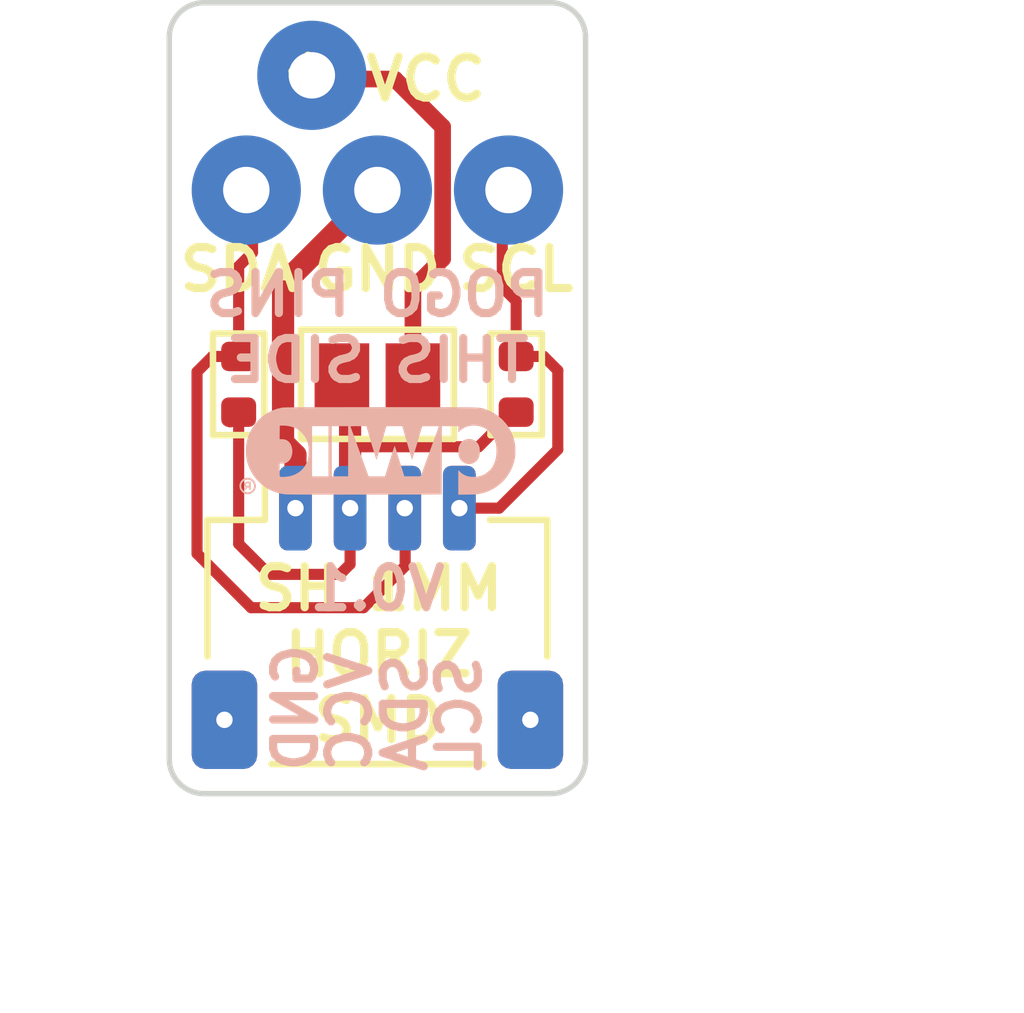
<source format=kicad_pcb>
(kicad_pcb (version 20221018) (generator pcbnew)
  (layers (0 "F.Cu" signal) (31 "B.Cu" signal) (34 "B.Paste" user) (35 "F.Paste" user) (36 "B.SilkS" user "B.Silkscreen") (37 "F.SilkS" user "F.Silkscreen") (38 "B.Mask" user) (39 "F.Mask" user) (44 "Edge.Cuts" user))
  (net 0 "")
  (footprint "greenpak_pogo:JST_SH_SM04B-SRSS-TB_1x04-1MP_P1.00mm_Horizontal" (layer "F.Cu") (at 0 7.8232)
    (fp_text reference "REF**" hide)
    (fp_text value "JST_SH_SM04B-SRSS-TB_1x04-1MP_P1.00mm_Horizontal" hide)
    (fp_line (start -3.11 -1.785) (end -2.06 -1.785) (stroke (width 0.12)) (layer "F.SilkS"))
    (fp_line (start -3.11 0.715) (end -3.11 -1.785) (stroke (width 0.12)) (layer "F.SilkS"))
    (fp_line (start -2.06 -1.785) (end -2.06 -2.775) (stroke (width 0.12)) (layer "F.SilkS"))
    (fp_line (start -1.94 2.685) (end 1.94 2.685) (stroke (width 0.12)) (layer "F.SilkS"))
    (fp_line (start 3.11 -1.785) (end 2.06 -1.785) (stroke (width 0.12)) (layer "F.SilkS"))
    (fp_line (start 3.11 0.715) (end 3.11 -1.785) (stroke (width 0.12)) (layer "F.SilkS"))
    (pad "1" thru_hole roundrect locked (at -1.5 -2) (size 0.6 1.55) (drill 0.3) (layers "*.Cu" "F.Paste" "F.Mask"))
    (pad "2" thru_hole roundrect locked (at -0.5 -2) (size 0.6 1.55) (drill 0.3) (layers "*.Cu" "F.Paste" "F.Mask"))
    (pad "3" thru_hole roundrect locked (at 0.5 -2) (size 0.6 1.55) (drill 0.3) (layers "*.Cu" "F.Paste" "F.Mask"))
    (pad "4" thru_hole roundrect locked (at 1.5 -2) (size 0.6 1.55) (drill 0.3) (layers "*.Cu" "F.Paste" "F.Mask"))
    (pad "MP" thru_hole roundrect locked (at -2.8 1.875) (size 1.2 1.8) (drill 0.3) (layers "*.Cu" "F.Paste" "F.Mask") (roundrect_rratio 0.2083333333))
    (pad "MP" thru_hole roundrect locked (at 2.8 1.875) (size 1.2 1.8) (drill 0.3) (layers "*.Cu" "F.Paste" "F.Mask") (roundrect_rratio 0.2083333333))
  )
  (footprint "greenpak_pogo:GREENPAK_POGO_PINS" (layer "F.Cu") (at 0 0)
    (fp_text reference "REF**" hide)
    (fp_text value "GREENPAK_POGO_PINS" hide)
    (fp_circle (center -2.4 0) (end -1.55 0) (stroke (width 0.3)) (fill none) (layer "B.Cu"))
    (fp_circle (center -1.2 -2.1) (end -0.35 -2.1) (stroke (width 0.3)) (fill none) (layer "B.Cu"))
    (fp_circle (center 0 0) (end 0.85 0) (stroke (width 0.3)) (fill none) (layer "B.Cu"))
    (fp_circle (center 2.4 0) (end 3.25 0) (stroke (width 0.3)) (fill none) (layer "B.Cu"))
    (pad "1" thru_hole circle locked (at -2.4 0) (size 1.5 1.5) (drill 0.85) (layers "*.Cu" "*.Mask"))
    (pad "2" thru_hole circle locked (at 0 0) (size 1.5 1.5) (drill 0.85) (layers "*.Cu" "*.Mask"))
    (pad "3" thru_hole circle locked (at 2.4 0) (size 1.5 1.5) (drill 0.85) (layers "*.Cu" "*.Mask"))
    (pad "4" thru_hole circle locked (at -1.2 -2.1) (size 1.5 1.5) (drill 0.85) (layers "*.Cu" "*.Mask"))
  )
  (footprint "greenpak_pogo:R_0402_1005Metric" (layer "F.Cu") (at 2.54 3.556 90)
    (fp_text reference "REF**" hide)
    (fp_text value "R_0402_1005Metric" hide)
    (fp_line (start -0.93 -0.47) (end 0.93 -0.47) (stroke (width 0.12)) (layer "F.SilkS"))
    (fp_line (start -0.93 0.47) (end -0.93 -0.47) (stroke (width 0.12)) (layer "F.SilkS"))
    (fp_line (start 0.93 -0.47) (end 0.93 0.47) (stroke (width 0.12)) (layer "F.SilkS"))
    (fp_line (start 0.93 0.47) (end -0.93 0.47) (stroke (width 0.12)) (layer "F.SilkS"))
    (pad "1" smd roundrect (at -0.51 0 90) (size 0.54 0.64) (layers "F.Cu" "F.Paste" "F.Mask"))
    (pad "2" smd roundrect (at 0.51 0 90) (size 0.54 0.64) (layers "F.Cu" "F.Paste" "F.Mask"))
  )
  (footprint "greenpak_pogo:SOLDER_JUMPER" (layer "F.Cu") (at 0 3.556)
    (fp_text reference "REF**" hide)
    (fp_text value "SOLDER_JUMPER" hide)
    (fp_line (start -1.4 -1) (end 1.4 -1) (stroke (width 0.12)) (layer "F.SilkS"))
    (fp_line (start -1.4 1) (end -1.4 -1) (stroke (width 0.12)) (layer "F.SilkS"))
    (fp_line (start 1.4 -1) (end 1.4 1) (stroke (width 0.12)) (layer "F.SilkS"))
    (fp_line (start 1.4 1) (end -1.4 1) (stroke (width 0.12)) (layer "F.SilkS"))
    (pad "1" smd rect (at -0.65 0) (size 1 1.5) (layers "F.Cu" "F.Mask"))
    (pad "2" smd rect (at 0.65 0) (size 1 1.5) (layers "F.Cu" "F.Mask"))
  )
  (footprint "greenpak_pogo:R_0402_1005Metric" (layer "F.Cu") (at -2.54 3.556 90)
    (fp_text reference "REF**" hide)
    (fp_text value "R_0402_1005Metric" hide)
    (fp_line (start -0.93 -0.47) (end 0.93 -0.47) (stroke (width 0.12)) (layer "F.SilkS"))
    (fp_line (start -0.93 0.47) (end -0.93 -0.47) (stroke (width 0.12)) (layer "F.SilkS"))
    (fp_line (start 0.93 -0.47) (end 0.93 0.47) (stroke (width 0.12)) (layer "F.SilkS"))
    (fp_line (start 0.93 0.47) (end -0.93 0.47) (stroke (width 0.12)) (layer "F.SilkS"))
    (pad "1" smd roundrect (at -0.51 0 90) (size 0.54 0.64) (layers "F.Cu" "F.Paste" "F.Mask"))
    (pad "2" smd roundrect (at 0.51 0 90) (size 0.54 0.64) (layers "F.Cu" "F.Paste" "F.Mask"))
  )
  (footprint "greenpak_pogo:QWIIC_logo_6mm" (layer "B.Cu") (at 0.040263 4.7302 180)
    (fp_text reference "G*" hide)
    (fp_text value "LOGO" hide)
    (fp_poly (pts (xy -1.623926 0.172765) (xy -1.577187 0.165662) (xy -1.537676 0.149496) (xy -1.504488 0.12364) (xy -1.476718 0.087464) (xy -1.462265 0.060515) (xy -1.453353 0.04001) (xy -1.447567 0.021259) (xy -1.444039 0.00014) (xy -1.441903 -0.02747) (xy -1.441347 -0.038917) (xy -1.443092 -0.098337) (xy -1.453851 -0.150491) (xy -1.473507 -0.195062) (xy -1.501942 -0.231732) (xy -1.517234 -0.245304) (xy -1.554942 -0.268038) (xy -1.597827 -0.281968) (xy -1.642624 -0.286486) (xy -1.686069 -0.280981) (xy -1.694819 -0.278462) (xy -1.739174 -0.258536) (xy -1.775447 -0.22994) (xy -1.803391 -0.193091) (xy -1.822762 -0.148407) (xy -1.833317 -0.096305) (xy -1.834916 -0.039427) (xy -1.829904 0.009954) (xy -1.819072 0.050781) (xy -1.801406 0.085496) (xy -1.775889 0.11654) (xy -1.766278 0.125753) (xy -1.735576 0.149735) (xy -1.704242 0.164866) (xy -1.668999 0.172228) (xy -1.62657 0.172902)) (fill solid) (layer "B.SilkS"))
    (fp_poly (pts (xy 2.427176 -0.608416) (xy 2.453014 -0.615213) (xy 2.469313 -0.625982) (xy 2.472321 -0.630287) (xy 2.477894 -0.650093) (xy 2.476957 -0.672197) (xy 2.47004 -0.691097) (xy 2.465955 -0.696294) (xy 2.458012 -0.705271) (xy 2.457445 -0.712494) (xy 2.464062 -0.723481) (xy 2.464971 -0.724796) (xy 2.476353 -0.741713) (xy 2.480808 -0.751067) (xy 2.478332 -0.755097) (xy 2.468921 -0.756043) (xy 2.464912 -0.75606) (xy 2.450355 -0.754114) (xy 2.440448 -0.746149) (xy 2.433611 -0.735058) (xy 2.42168 -0.719224) (xy 2.409572 -0.713064) (xy 2.399463 -0.716656) (xy 2.393527 -0.730083) (xy 2.393068 -0.733558) (xy 2.389935 -0.747556) (xy 2.381976 -0.753613) (xy 2.374687 -0.754958) (xy 2.358185 -0.756857) (xy 2.358185 -0.681453) (xy 2.358185 -0.675391) (xy 2.39222 -0.675391) (xy 2.395188 -0.682225) (xy 2.404812 -0.683994) (xy 2.412331 -0.684054) (xy 2.428731 -0.682151) (xy 2.440254 -0.677504) (xy 2.440992 -0.676854) (xy 2.44816 -0.663584) (xy 2.445096 -0.650919) (xy 2.433465 -0.641064) (xy 2.414928 -0.636224) (xy 2.410214 -0.63605) (xy 2.400479 -0.637659) (xy 2.395567 -0.644696) (xy 2.39316 -0.660052) (xy 2.39222 -0.675391) (xy 2.358185 -0.675391) (xy 2.358185 -0.606048) (xy 2.393293 -0.606048)) (fill solid) (layer "B.SilkS"))
    (fp_poly (pts (xy 2.430818 -0.535697) (xy 2.470416 -0.544777) (xy 2.504555 -0.563224) (xy 2.532267 -0.589277) (xy 2.552586 -0.621177) (xy 2.564546 -0.657161) (xy 2.56718 -0.695471) (xy 2.559521 -0.734344) (xy 2.550964 -0.754563) (xy 2.534628 -0.778504) (xy 2.511812 -0.801757) (xy 2.486343 -0.820972) (xy 2.462054 -0.832795) (xy 2.461352 -0.83301) (xy 2.422367 -0.839174) (xy 2.381709 -0.836059) (xy 2.360003 -0.830198) (xy 2.332992 -0.815764) (xy 2.306648 -0.793306) (xy 2.284787 -0.76638) (xy 2.276952 -0.752802) (xy 2.266794 -0.720498) (xy 2.264545 -0.683583) (xy 2.266103 -0.672991) (xy 2.299597 -0.672991) (xy 2.300197 -0.705944) (xy 2.309896 -0.736422) (xy 2.327269 -0.762936) (xy 2.350888 -0.784) (xy 2.379328 -0.798125) (xy 2.411162 -0.803824) (xy 2.444964 -0.799609) (xy 2.458804 -0.794777) (xy 2.489961 -0.776126) (xy 2.51248 -0.751173) (xy 2.526361 -0.721946) (xy 2.531605 -0.690473) (xy 2.528211 -0.658782) (xy 2.516179 -0.628903) (xy 2.495509 -0.602864) (xy 2.466202 -0.582694) (xy 2.458804 -0.579332) (xy 2.423981 -0.570796) (xy 2.389523 -0.573255) (xy 2.357601 -0.58584) (xy 2.330386 -0.607684) (xy 2.310052 -0.637917) (xy 2.309522 -0.639051) (xy 2.299597 -0.672991) (xy 2.266103 -0.672991) (xy 2.270028 -0.646313) (xy 2.282745 -0.613523) (xy 2.308163 -0.578681) (xy 2.340189 -0.553684) (xy 2.377953 -0.538988) (xy 2.420588 -0.535049)) (fill solid) (layer "B.SilkS"))
    (fp_poly (pts (xy -0.376446 0.756057) (xy -0.215061 0.756045) (xy -0.042145 0.75604) (xy -0.020559 0.75604) (xy 0.152454 0.756038) (xy 0.313879 0.756025) (xy 0.464128 0.756) (xy 0.603615 0.755961) (xy 0.732752 0.755905) (xy 0.851953 0.755829) (xy 0.961629 0.755733) (xy 1.062195 0.755613) (xy 1.154062 0.755468) (xy 1.237643 0.755295) (xy 1.313351 0.755091) (xy 1.3816 0.754856) (xy 1.442802 0.754586) (xy 1.497369 0.75428) (xy 1.545715 0.753934) (xy 1.588252 0.753548) (xy 1.625394 0.753118) (xy 1.657552 0.752643) (xy 1.68514 0.75212) (xy 1.708571 0.751548) (xy 1.728257 0.750923) (xy 1.744612 0.750244) (xy 1.758048 0.749509) (xy 1.768977 0.748714) (xy 1.777814 0.747859) (xy 1.78497 0.746941) (xy 1.788583 0.746366) (xy 1.881343 0.724542) (xy 1.969694 0.692009) (xy 2.052918 0.649476) (xy 2.130297 0.597653) (xy 2.201112 0.537251) (xy 2.264646 0.468978) (xy 2.32018 0.393545) (xy 2.366997 0.311662) (xy 2.404377 0.224038) (xy 2.431603 0.131384) (xy 2.43719 0.105243) (xy 2.444518 0.054565) (xy 2.448516 -0.003227) (xy 2.449149 -0.063705) (xy 2.446383 -0.122443) (xy 2.440183 -0.175016) (xy 2.439399 -0.179615) (xy 2.416849 -0.273721) (xy 2.383327 -0.363901) (xy 2.339491 -0.449206) (xy 2.285994 -0.528689) (xy 2.223492 -0.6014) (xy 2.152641 -0.666391) (xy 2.074095 -0.722714) (xy 2.057025 -0.733149) (xy 1.974641 -0.775411) (xy 1.886365 -0.808244) (xy 1.794648 -0.830848) (xy 1.729762 -0.84015) (xy 1.716826 -0.840949) (xy 1.694522 -0.841679) (xy 1.662675 -0.84234) (xy 1.621113 -0.842932) (xy 1.569663 -0.843456) (xy 1.508151 -0.843913) (xy 1.436405 -0.844303) (xy 1.354251 -0.844627) (xy 1.261518 -0.844886) (xy 1.158031 -0.845079) (xy 1.043617 -0.845207) (xy 0.918104 -0.845272) (xy 0.781319 -0.845273) (xy 0.633088 -0.845211) (xy 0.473239 -0.845086) (xy 0.301598 -0.8449) (xy 0.264021 -0.844853) (xy -1.13709 -0.843067) (xy -1.138618 -0.217518) (xy -1.140139 0.405032) (xy -1.084482 0.405032) (xy -0.923257 -0.039003) (xy -0.897801 -0.109081) (xy -0.873435 -0.176094) (xy -0.850483 -0.239155) (xy -0.829268 -0.29738) (xy -0.810114 -0.349881) (xy -0.793344 -0.395773) (xy -0.779283 -0.43417) (xy -0.768254 -0.464185) (xy -0.760579 -0.484933) (xy -0.756584 -0.495527) (xy -0.756175 -0.496539) (xy -0.754124 -0.500711) (xy -0.751082 -0.50392) (xy -0.745603 -0.506293) (xy -0.736241 -0.507957) (xy -0.72155 -0.509037) (xy -0.700085 -0.509659) (xy -0.6704 -0.50995) (xy -0.631049 -0.510035) (xy -0.601408 -0.510041) (xy -0.4525 -0.510041) (xy -0.366562 -0.232519) (xy -0.349351 -0.177124) (xy -0.333115 -0.125222) (xy -0.318214 -0.077941) (xy -0.305009 -0.03641) (xy -0.293862 -0.001759) (xy -0.285134 0.024883) (xy -0.279186 0.042387) (xy -0.276378 0.049625) (xy -0.276311 0.049715) (xy -0.273762 0.045103) (xy -0.268095 0.030075) (xy -0.25966 0.005705) (xy -0.248809 -0.026934) (xy -0.235892 -0.06677) (xy -0.221262 -0.11273) (xy -0.205269 -0.16374) (xy -0.188264 -0.218727) (xy -0.185503 -0.227725) (xy -0.099008 -0.509877) (xy 0.051004 -0.509903) (xy 0.201016 -0.509929) (xy 0.365633 -0.058449) (xy 0.391325 0.012019) (xy 0.415849 0.079298) (xy 0.438892 0.142526) (xy 0.46014 0.200841) (xy 0.479278 0.253381) (xy 0.495993 0.299283) (xy 0.509972 0.337686) (xy 0.520899 0.367728) (xy 0.528461 0.388546) (xy 0.532343 0.399278) (xy 0.532788 0.400531) (xy 0.531118 0.402966) (xy 0.523516 0.404847) (xy 0.508868 0.406234) (xy 0.48606 0.407184) (xy 0.453978 0.407756) (xy 0.411506 0.408008) (xy 0.389005 0.408032) (xy 0.576045 0.408032) (xy 0.576045 -0.051004) (xy 0.576045 -0.510041) (xy 0.726057 -0.510041) (xy 0.876069 -0.510041) (xy 0.876069 -0.051004) (xy 0.876069 0.408032) (xy 0.936073 0.408032) (xy 0.936073 -0.051004) (xy 0.936073 -0.510041) (xy 1.086085 -0.510041) (xy 1.236097 -0.510041) (xy 1.236097 -0.054005) (xy 1.299102 -0.054005) (xy 1.299318 -0.093278) (xy 1.300139 -0.12333) (xy 1.301826 -0.146934) (xy 1.304642 -0.166866) (xy 1.308846 -0.185899) (xy 1.312922 -0.200746) (xy 1.338698 -0.269949) (xy 1.373484 -0.33145) (xy 1.416827 -0.384928) (xy 1.468274 -0.430062) (xy 1.527373 -0.466531) (xy 1.59367 -0.494014) (xy 1.666714 -0.51219) (xy 1.746052 -0.520739) (xy 1.765148 -0.52131) (xy 1.788572 -0.521207) (xy 1.808044 -0.520261) (xy 1.819814 -0.51867) (xy 1.820652 -0.518399) (xy 1.823934 -0.515781) (xy 1.826375 -0.509769) (xy 1.828094 -0.498824) (xy 1.82921 -0.481406) (xy 1.829842 -0.455972) (xy 1.830109 -0.420984) (xy 1.830144 -0.39539) (xy 1.830144 -0.276022) (xy 1.78364 -0.27589) (xy 1.74412 -0.273087) (xy 1.711681 -0.263978) (xy 1.682441 -0.247137) (xy 1.663942 -0.231941) (xy 1.637086 -0.200127) (xy 1.616559 -0.160161) (xy 1.602975 -0.114439) (xy 1.596945 -0.065362) (xy 1.599082 -0.015326) (xy 1.602907 0.007031) (xy 1.618551 0.057759) (xy 1.641583 0.099439) (xy 1.671637 0.131744) (xy 1.708344 0.154349) (xy 1.751336 0.16693) (xy 1.78676 0.169596) (xy 1.830383 0.169386) (xy 1.828763 0.293209) (xy 1.827144 0.417032) (xy 1.78514 0.418868) (xy 1.723415 0.417305) (xy 1.659398 0.408007) (xy 1.596783 0.39185) (xy 1.539264 0.369706) (xy 1.507551 0.353219) (xy 1.47194 0.32826) (xy 1.435126 0.295429) (xy 1.40025 0.258039) (xy 1.37045 0.219406) (xy 1.351768 0.188675) (xy 1.332818 0.149609) (xy 1.318828 0.113885) (xy 1.30913 0.078425) (xy 1.303056 0.040149) (xy 1.299937 -0.004022) (xy 1.299102 -0.054005) (xy 1.236097 -0.054005) (xy 1.236097 -0.051004) (xy 1.236097 0.408032) (xy 1.086085 0.408032) (xy 0.936073 0.408032) (xy 0.876069 0.408032) (xy 0.726057 0.408032) (xy 0.576045 0.408032) (xy 0.389005 0.408032) (xy 0.242684 0.408032) (xy 0.153377 0.103508) (xy 0.136241 0.045272) (xy 0.12001 -0.009511) (xy 0.105012 -0.059755) (xy 0.091579 -0.104374) (xy 0.080039 -0.142282) (xy 0.070721 -0.172393) (xy 0.063956 -0.19362) (xy 0.060072 -0.204878) (xy 0.059369 -0.206385) (xy 0.054759 -0.205547) (xy 0.050897 -0.196728) (xy 0.048512 -0.188156) (xy 0.043088 -0.169221) (xy 0.034961 -0.14108) (xy 0.024467 -0.104888) (xy 0.011942 -0.061798) (xy -0.002281 -0.012968) (xy -0.017864 0.040449) (xy -0.034472 0.097297) (xy -0.038673 0.111664) (xy -0.124472 0.405032) (xy -0.268752 0.406637) (xy -0.413032 0.408243) (xy -0.419243 0.388636) (xy -0.422106 0.379078) (xy -0.427937 0.359187) (xy -0.436386 0.330164) (xy -0.447107 0.293212) (xy -0.45975 0.24953) (xy -0.473968 0.20032) (xy -0.489412 0.146784) (xy -0.505736 0.090123) (xy -0.507497 0.084006) (xy -0.523763 0.027693) (xy -0.539124 -0.025112) (xy -0.553247 -0.073287) (xy -0.565796 -0.115707) (xy -0.576437 -0.15125) (xy -0.584837 -0.178793) (xy -0.590659 -0.197213) (xy -0.593572 -0.205386) (xy -0.593738 -0.205661) (xy -0.596178 -0.200979) (xy -0.601641 -0.185815) (xy -0.609802 -0.161209) (xy -0.620332 -0.128203) (xy -0.632907 -0.087837) (xy -0.647201 -0.041153) (xy -0.662886 0.010807) (xy -0.679637 0.067003) (xy -0.687401 0.093278) (xy -0.704569 0.151417) (xy -0.720785 0.206115) (xy -0.735724 0.256282) (xy -0.749059 0.300832) (xy -0.760461 0.338676) (xy -0.769603 0.368725) (xy -0.776159 0.389891) (xy -0.779802 0.401086) (xy -0.780384 0.402552) (xy -0.787351 0.404245) (xy -0.805169 0.405548) (xy -0.832695 0.406433) (xy -0.868783 0.406868) (xy -0.912291 0.406824) (xy -0.934191 0.406637) (xy -1.084482 0.405032) (xy -1.140139 0.405032) (xy -1.140146 0.408032) (xy -1.29013 0.408032) (xy -1.440114 0.408032) (xy -1.440114 0.350381) (xy -1.440114 0.29273) (xy -1.477475 0.32732) (xy -1.527321 0.365437) (xy -1.583328 0.393547) (xy -1.644593 0.411346) (xy -1.710212 0.41853) (xy -1.746138 0.417947) (xy -1.818017 0.408378) (xy -1.883855 0.388562) (xy -1.943247 0.358846) (xy -1.99579 0.319577) (xy -2.041082 0.271102) (xy -2.078719 0.213767) (xy -2.108297 0.14792) (xy -2.125284 0.091815) (xy -2.131109 0.065195) (xy -2.134987 0.038956) (xy -2.137247 0.009564) (xy -2.138217 -0.026515) (xy -2.138322 -0.048004) (xy -2.136499 -0.108787) (xy -2.130519 -0.161638) (xy -2.119616 -0.21014) (xy -2.103021 -0.257873) (xy -2.084522 -0.299172) (xy -2.067954 -0.330844) (xy -2.051085 -0.356716) (xy -2.030509 -0.381553) (xy -2.01121 -0.40175) (xy -1.962123 -0.445098) (xy -1.91065 -0.477885) (xy -1.854974 -0.500896) (xy -1.79328 -0.514917) (xy -1.737137 -0.520246) (xy -1.66934 -0.51887) (xy -1.608496 -0.507984) (xy -1.55396 -0.487368) (xy -1.505087 -0.456801) (xy -1.47549 -0.430942) (xy -1.440114 -0.39611) (xy -1.440114 -0.621088) (xy -1.440114 -0.846067) (xy -1.588625 -0.845278) (xy -1.632374 -0.844858) (xy -1.674571 -0.844106) (xy -1.712942 -0.84309) (xy -1.745217 -0.841876) (xy -1.769122 -0.840532) (xy -1.778488 -0.839692) (xy -1.858474 -0.826519) (xy -1.934568 -0.805546) (xy -2.010418 -0.775645) (xy -2.054414 -0.754445) (xy -2.136895 -0.705684) (xy -2.212321 -0.647616) (xy -2.280085 -0.581056) (xy -2.339582 -0.506818) (xy -2.390206 -0.425714) (xy -2.431353 -0.338559) (xy -2.462416 -0.246166) (xy -2.476145 -0.187635) (xy -2.482658 -0.141752) (xy -2.486147 -0.088241) (xy -2.486654 -0.031074) (xy -2.484219 0.025774) (xy -2.478883 0.078328) (xy -2.473085 0.112139) (xy -2.447911 0.206983) (xy -2.413988 0.294152) (xy -2.370665 0.374822) (xy -2.317293 0.450172) (xy -2.253222 0.521381) (xy -2.240677 0.533682) (xy -2.170447 0.594874) (xy -2.097351 0.645409) (xy -2.019211 0.686609) (xy -1.935153 0.719368) (xy -1.92478 0.72291) (xy -1.915452 0.726217) (xy -1.906749 0.729297) (xy -1.898253 0.732159) (xy -1.889544 0.734809) (xy -1.880202 0.737257) (xy -1.86981 0.739511) (xy -1.857946 0.741577) (xy -1.844193 0.743465) (xy -1.828131 0.745182) (xy -1.809341 0.746737) (xy -1.787404 0.748137) (xy -1.7619 0.74939) (xy -1.73241 0.750505) (xy -1.698515 0.751489) (xy -1.659796 0.752351) (xy -1.615834 0.753099) (xy -1.566209 0.75374) (xy -1.510503 0.754283) (xy -1.448295 0.754735) (xy -1.379168 0.755105) (xy -1.302701 0.755401) (xy -1.218476 0.755631) (xy -1.126072 0.755802) (xy -1.025072 0.755923) (xy -0.915056 0.756002) (xy -0.795605 0.756047) (xy -0.666298 0.756066) (xy -0.526719 0.756066)) (fill solid) (layer "B.SilkS"))
  )
  (gr_arc (start 3.81 10.414) (mid 3.624013 10.863013) (end 3.175 11.049) (stroke (width 0.1)) (layer "Edge.Cuts"))
  (gr_line (start 3.175 11.049) (end -3.175 11.049) (stroke (width 0.1)) (layer "Edge.Cuts"))
  (gr_arc (start 3.175 -3.429) (mid 3.624013 -3.243013) (end 3.81 -2.794) (stroke (width 0.1)) (layer "Edge.Cuts"))
  (gr_line (start -3.81 10.414) (end -3.81 -2.794) (stroke (width 0.1)) (layer "Edge.Cuts"))
  (gr_arc (start -3.175 11.049) (mid -3.624013 10.863013) (end -3.81 10.414) (stroke (width 0.1)) (layer "Edge.Cuts"))
  (gr_line (start -3.175 -3.429) (end 3.175 -3.429) (stroke (width 0.1)) (layer "Edge.Cuts"))
  (gr_arc (start -3.81 -2.794) (mid -3.624013 -3.243013) (end -3.175 -3.429) (stroke (width 0.1)) (layer "Edge.Cuts"))
  (gr_line (start 3.81 -2.794) (end 3.81 10.414) (stroke (width 0.1)) (layer "Edge.Cuts"))
  (gr_text locked "VCC" (at -0.508 10.7188 90) (layer "B.SilkS") (effects (font (size 0.75 0.75)) (justify right mirror)))
  (gr_text "V0.1" (at 0 6.858) (layer "B.SilkS") (effects (font (size 0.75 0.75)) (justify top mirror)))
  (gr_text locked "GND" (at -1.4986 10.7188 90) (layer "B.SilkS") (effects (font (size 0.75 0.75)) (justify right mirror)))
  (gr_text locked "SDA" (at 0.508 10.7188 90) (layer "B.SilkS") (effects (font (size 0.75 0.75)) (justify right mirror)))
  (gr_text locked "POGO PINS\nTHIS SIDE" (at 0 1.4732) (layer "B.SilkS") (effects (font (size 0.75 0.75)) (justify top mirror)))
  (gr_text locked "SCL" (at 1.4986 10.7188 90) (layer "B.SilkS") (effects (font (size 0.75 0.75)) (justify right mirror)))
  (gr_text locked "SCL" (at 2.54 1.016) (layer "F.SilkS") (effects (font (size 0.75 0.75)) (justify top)))
  (gr_text locked "VCC" (at 0.889 -2.032) (layer "F.SilkS") (effects (font (size 0.75 0.75))))
  (gr_text "+" (at -1.27 -2.667) (layer "F.SilkS") (effects (font (size 0.75 0.75)) (justify top)))
  (gr_text locked "GND" (at 0 1.016) (layer "F.SilkS") (effects (font (size 0.75 0.75)) (justify top)))
  (gr_text locked "SH 1MM\nHORIZ\nSMD" (at 0.0254 6.858) (layer "F.SilkS") (effects (font (size 0.75 0.75)) (justify top)))
  (gr_text locked "SDA" (at -2.54 1.016) (layer "F.SilkS") (effects (font (size 0.75 0.75)) (justify top)))
  (segment (start 2.4872 4.066) (end 2.54 4.066) (width 0.2032) (layer "F.Cu") (net 0))
  (segment (start 3.046 3.046) (end 2.54 3.046) (width 0.2032) (layer "F.Cu") (net 0))
  (segment (start 1.8542 4.699) (end 2.4872 4.066) (width 0.2032) (layer "F.Cu") (net 0))
  (segment (start 2.2286 5.8232) (end 3.302 4.7498) (width 0.2032) (layer "F.Cu") (net 0))
  (segment (start -3.302 6.6548) (end -2.3114 7.6454) (width 0.2032) (layer "F.Cu") (net 0))
  (segment (start -2.54 3.046) (end -3.0206 3.046) (width 0.2032) (layer "F.Cu") (net 0))
  (segment (start -0.5 6.85) (end -0.6858 7.0358) (width 0.2032) (layer "F.Cu") (net 0))
  (segment (start -0.65 3.175) (end -0.5 3.325) (width 0.4064) (layer "F.Cu") (net 0))
  (segment (start -1.7272 1.7272) (end 0 0) (width 0.4064) (layer "F.Cu") (net 0))
  (segment (start -3.0206 3.046) (end -3.302 3.3274) (width 0.2032) (layer "F.Cu") (net 0))
  (segment (start -0.5 4.699) (end 1.8542 4.699) (width 0.2032) (layer "F.Cu") (net 0))
  (segment (start -2.6924 4.2184) (end -2.54 4.066) (width 0.254) (layer "F.Cu") (net 0))
  (segment (start 0.65 3.175) (end 0.65 1.8011) (width 0.3048) (layer "F.Cu") (net 0))
  (segment (start -0.254 7.6454) (end 0.508 6.8834) (width 0.2032) (layer "F.Cu") (net 0))
  (segment (start -2.54 1.397) (end -2.54 3.046) (width 0.2032) (layer "F.Cu") (net 0))
  (segment (start -0.5 3.325) (end -0.5 5.62) (width 0.4064) (layer "F.Cu") (net 0))
  (segment (start -1.9812 7.0358) (end -2.54 6.477) (width 0.2032) (layer "F.Cu") (net 0))
  (segment (start -2.3114 7.6454) (end -0.254 7.6454) (width 0.2032) (layer "F.Cu") (net 0))
  (segment (start -2.54 6.477) (end -2.54 4.066) (width 0.2032) (layer "F.Cu") (net 0))
  (segment (start 0.508 5.8312) (end 0.508 6.858) (width 0.2032) (layer "F.Cu") (net 0))
  (segment (start 2.3114 0.0254) (end 2.286 0) (width 0.254) (layer "F.Cu") (net 0))
  (segment (start 0.65 1.8011) (end 1.1938 1.2573) (width 0.3048) (layer "F.Cu") (net 0))
  (segment (start 1.5 5.8232) (end 2.2286 5.8232) (width 0.2032) (layer "F.Cu") (net 0))
  (segment (start -3.302 3.3274) (end -3.302 6.6548) (width 0.2032) (layer "F.Cu") (net 0))
  (segment (start 3.302 4.7498) (end 3.302 3.302) (width 0.2032) (layer "F.Cu") (net 0))
  (segment (start 1.1938 -1.1557) (end 0.3175 -2.032) (width 0.3048) (layer "F.Cu") (net 0))
  (segment (start -0.6858 7.0358) (end -1.9812 7.0358) (width 0.2032) (layer "F.Cu") (net 0))
  (segment (start -1.7272 4.6228) (end -1.7272 1.7272) (width 0.4064) (layer "F.Cu") (net 0))
  (segment (start -1.5 4.85) (end -1.7272 4.6228) (width 0.4064) (layer "F.Cu") (net 0))
  (segment (start -2.54 3.046) (end -2.5146 3.0206) (width 0.254) (layer "F.Cu") (net 0))
  (segment (start 0.3175 -2.032) (end -1.143 -2.032) (width 0.3048) (layer "F.Cu") (net 0))
  (segment (start -0.5 5.8232) (end -0.5 6.85) (width 0.2032) (layer "F.Cu") (net 0))
  (segment (start 1.1938 1.2573) (end 1.1938 -1.1557) (width 0.3048) (layer "F.Cu") (net 0))
  (segment (start 2.286 1.778) (end 2.54 2.032) (width 0.2032) (layer "F.Cu") (net 0))
  (segment (start -2.286 1.143) (end -2.54 1.397) (width 0.2032) (layer "F.Cu") (net 0))
  (segment (start -2.286 0) (end -2.286 1.143) (width 0.2032) (layer "F.Cu") (net 0))
  (segment (start -1.5 5.62) (end -1.5 4.85) (width 0.4064) (layer "F.Cu") (net 0))
  (segment (start 2.286 0) (end 2.286 1.778) (width 0.2032) (layer "F.Cu") (net 0))
  (segment (start 2.54 2.032) (end 2.54 3.046) (width 0.2032) (layer "F.Cu") (net 0))
  (segment (start 3.302 3.302) (end 3.046 3.046) (width 0.2032) (layer "F.Cu") (net 0))
)
</source>
